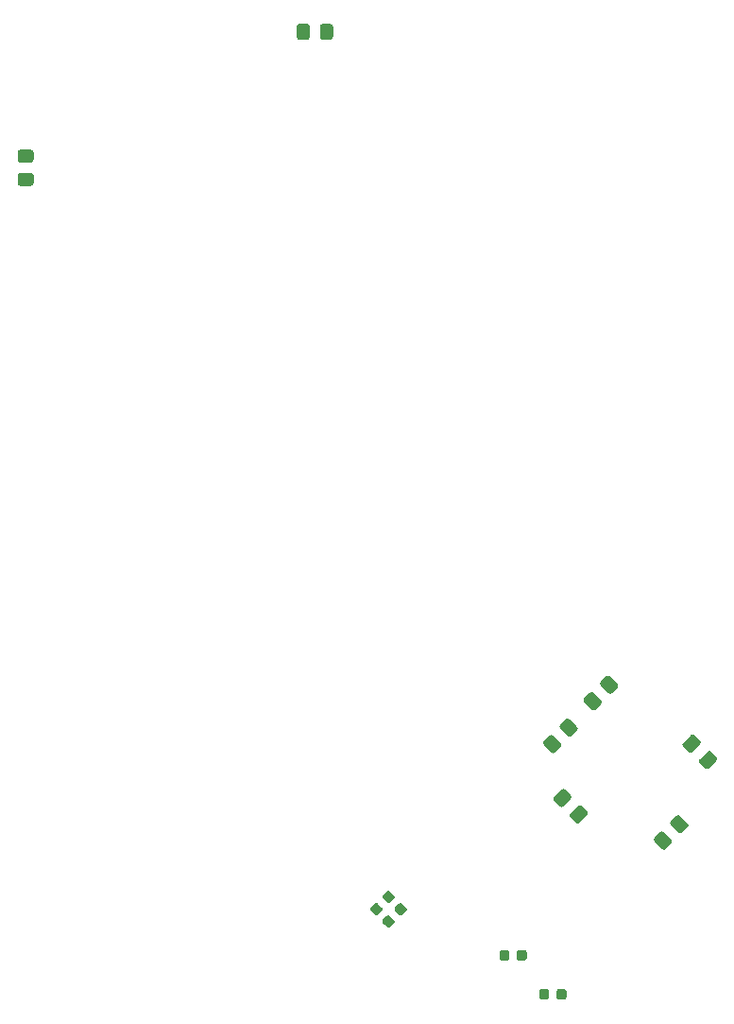
<source format=gbr>
%TF.GenerationSoftware,KiCad,Pcbnew,(5.1.12)-1*%
%TF.CreationDate,2022-04-06T16:52:09+05:30*%
%TF.ProjectId,MCROCONTROLLER,4d43524f-434f-44e5-9452-4f4c4c45522e,rev?*%
%TF.SameCoordinates,Original*%
%TF.FileFunction,Paste,Bot*%
%TF.FilePolarity,Positive*%
%FSLAX46Y46*%
G04 Gerber Fmt 4.6, Leading zero omitted, Abs format (unit mm)*
G04 Created by KiCad (PCBNEW (5.1.12)-1) date 2022-04-06 16:52:09*
%MOMM*%
%LPD*%
G01*
G04 APERTURE LIST*
G04 APERTURE END LIST*
%TO.C,C2*%
G36*
G01*
X64483000Y-52149500D02*
X63533000Y-52149500D01*
G75*
G02*
X63283000Y-51899500I0J250000D01*
G01*
X63283000Y-51224500D01*
G75*
G02*
X63533000Y-50974500I250000J0D01*
G01*
X64483000Y-50974500D01*
G75*
G02*
X64733000Y-51224500I0J-250000D01*
G01*
X64733000Y-51899500D01*
G75*
G02*
X64483000Y-52149500I-250000J0D01*
G01*
G37*
G36*
G01*
X64483000Y-50074500D02*
X63533000Y-50074500D01*
G75*
G02*
X63283000Y-49824500I0J250000D01*
G01*
X63283000Y-49149500D01*
G75*
G02*
X63533000Y-48899500I250000J0D01*
G01*
X64483000Y-48899500D01*
G75*
G02*
X64733000Y-49149500I0J-250000D01*
G01*
X64733000Y-49824500D01*
G75*
G02*
X64483000Y-50074500I-250000J0D01*
G01*
G37*
%TD*%
%TO.C,C4*%
G36*
G01*
X89487500Y-37879000D02*
X89487500Y-38829000D01*
G75*
G02*
X89237500Y-39079000I-250000J0D01*
G01*
X88562500Y-39079000D01*
G75*
G02*
X88312500Y-38829000I0J250000D01*
G01*
X88312500Y-37879000D01*
G75*
G02*
X88562500Y-37629000I250000J0D01*
G01*
X89237500Y-37629000D01*
G75*
G02*
X89487500Y-37879000I0J-250000D01*
G01*
G37*
G36*
G01*
X91562500Y-37879000D02*
X91562500Y-38829000D01*
G75*
G02*
X91312500Y-39079000I-250000J0D01*
G01*
X90637500Y-39079000D01*
G75*
G02*
X90387500Y-38829000I0J250000D01*
G01*
X90387500Y-37879000D01*
G75*
G02*
X90637500Y-37629000I250000J0D01*
G01*
X91312500Y-37629000D01*
G75*
G02*
X91562500Y-37879000I0J-250000D01*
G01*
G37*
%TD*%
%TO.C,C6*%
G36*
G01*
X106483400Y-121306400D02*
X106483400Y-120806400D01*
G75*
G02*
X106708400Y-120581400I225000J0D01*
G01*
X107158400Y-120581400D01*
G75*
G02*
X107383400Y-120806400I0J-225000D01*
G01*
X107383400Y-121306400D01*
G75*
G02*
X107158400Y-121531400I-225000J0D01*
G01*
X106708400Y-121531400D01*
G75*
G02*
X106483400Y-121306400I0J225000D01*
G01*
G37*
G36*
G01*
X108033400Y-121306400D02*
X108033400Y-120806400D01*
G75*
G02*
X108258400Y-120581400I225000J0D01*
G01*
X108708400Y-120581400D01*
G75*
G02*
X108933400Y-120806400I0J-225000D01*
G01*
X108933400Y-121306400D01*
G75*
G02*
X108708400Y-121531400I-225000J0D01*
G01*
X108258400Y-121531400D01*
G75*
G02*
X108033400Y-121306400I0J225000D01*
G01*
G37*
%TD*%
%TO.C,C7*%
G36*
G01*
X110039400Y-124786200D02*
X110039400Y-124286200D01*
G75*
G02*
X110264400Y-124061200I225000J0D01*
G01*
X110714400Y-124061200D01*
G75*
G02*
X110939400Y-124286200I0J-225000D01*
G01*
X110939400Y-124786200D01*
G75*
G02*
X110714400Y-125011200I-225000J0D01*
G01*
X110264400Y-125011200D01*
G75*
G02*
X110039400Y-124786200I0J225000D01*
G01*
G37*
G36*
G01*
X111589400Y-124786200D02*
X111589400Y-124286200D01*
G75*
G02*
X111814400Y-124061200I225000J0D01*
G01*
X112264400Y-124061200D01*
G75*
G02*
X112489400Y-124286200I0J-225000D01*
G01*
X112489400Y-124786200D01*
G75*
G02*
X112264400Y-125011200I-225000J0D01*
G01*
X111814400Y-125011200D01*
G75*
G02*
X111589400Y-124786200I0J225000D01*
G01*
G37*
%TD*%
%TO.C,C8*%
G36*
G01*
X96690637Y-115325209D02*
X97044191Y-115678763D01*
G75*
G02*
X97044191Y-115996961I-159099J-159099D01*
G01*
X96725993Y-116315159D01*
G75*
G02*
X96407795Y-116315159I-159099J159099D01*
G01*
X96054241Y-115961605D01*
G75*
G02*
X96054241Y-115643407I159099J159099D01*
G01*
X96372439Y-115325209D01*
G75*
G02*
X96690637Y-115325209I159099J-159099D01*
G01*
G37*
G36*
G01*
X95594621Y-116421225D02*
X95948175Y-116774779D01*
G75*
G02*
X95948175Y-117092977I-159099J-159099D01*
G01*
X95629977Y-117411175D01*
G75*
G02*
X95311779Y-117411175I-159099J159099D01*
G01*
X94958225Y-117057621D01*
G75*
G02*
X94958225Y-116739423I159099J159099D01*
G01*
X95276423Y-116421225D01*
G75*
G02*
X95594621Y-116421225I159099J-159099D01*
G01*
G37*
%TD*%
%TO.C,C9*%
G36*
G01*
X96672213Y-117528033D02*
X97025767Y-117881587D01*
G75*
G02*
X97025767Y-118199785I-159099J-159099D01*
G01*
X96707569Y-118517983D01*
G75*
G02*
X96389371Y-118517983I-159099J159099D01*
G01*
X96035817Y-118164429D01*
G75*
G02*
X96035817Y-117846231I159099J159099D01*
G01*
X96354015Y-117528033D01*
G75*
G02*
X96672213Y-117528033I159099J-159099D01*
G01*
G37*
G36*
G01*
X97768229Y-116432017D02*
X98121783Y-116785571D01*
G75*
G02*
X98121783Y-117103769I-159099J-159099D01*
G01*
X97803585Y-117421967D01*
G75*
G02*
X97485387Y-117421967I-159099J159099D01*
G01*
X97131833Y-117068413D01*
G75*
G02*
X97131833Y-116750215I159099J159099D01*
G01*
X97450031Y-116432017D01*
G75*
G02*
X97768229Y-116432017I159099J-159099D01*
G01*
G37*
%TD*%
%TO.C,C10*%
G36*
G01*
X111127604Y-102878747D02*
X110455853Y-102206996D01*
G75*
G02*
X110455853Y-101853442I176777J176777D01*
G01*
X110933150Y-101376145D01*
G75*
G02*
X111286704Y-101376145I176777J-176777D01*
G01*
X111958455Y-102047896D01*
G75*
G02*
X111958455Y-102401450I-176777J-176777D01*
G01*
X111481158Y-102878747D01*
G75*
G02*
X111127604Y-102878747I-176777J176777D01*
G01*
G37*
G36*
G01*
X112594850Y-101411501D02*
X111923099Y-100739750D01*
G75*
G02*
X111923099Y-100386196I176777J176777D01*
G01*
X112400396Y-99908899D01*
G75*
G02*
X112753950Y-99908899I176777J-176777D01*
G01*
X113425701Y-100580650D01*
G75*
G02*
X113425701Y-100934204I-176777J-176777D01*
G01*
X112948404Y-101411501D01*
G75*
G02*
X112594850Y-101411501I-176777J176777D01*
G01*
G37*
%TD*%
%TO.C,C11*%
G36*
G01*
X124419899Y-103476250D02*
X125091650Y-102804499D01*
G75*
G02*
X125445204Y-102804499I176777J-176777D01*
G01*
X125922501Y-103281796D01*
G75*
G02*
X125922501Y-103635350I-176777J-176777D01*
G01*
X125250750Y-104307101D01*
G75*
G02*
X124897196Y-104307101I-176777J176777D01*
G01*
X124419899Y-103829804D01*
G75*
G02*
X124419899Y-103476250I176777J176777D01*
G01*
G37*
G36*
G01*
X122952653Y-102009004D02*
X123624404Y-101337253D01*
G75*
G02*
X123977958Y-101337253I176777J-176777D01*
G01*
X124455255Y-101814550D01*
G75*
G02*
X124455255Y-102168104I-176777J-176777D01*
G01*
X123783504Y-102839855D01*
G75*
G02*
X123429950Y-102839855I-176777J176777D01*
G01*
X122952653Y-102362558D01*
G75*
G02*
X122952653Y-102009004I176777J176777D01*
G01*
G37*
%TD*%
%TO.C,C12*%
G36*
G01*
X114756827Y-99046324D02*
X114085076Y-98374573D01*
G75*
G02*
X114085076Y-98021019I176777J176777D01*
G01*
X114562373Y-97543722D01*
G75*
G02*
X114915927Y-97543722I176777J-176777D01*
G01*
X115587678Y-98215473D01*
G75*
G02*
X115587678Y-98569027I-176777J-176777D01*
G01*
X115110381Y-99046324D01*
G75*
G02*
X114756827Y-99046324I-176777J176777D01*
G01*
G37*
G36*
G01*
X116224073Y-97579078D02*
X115552322Y-96907327D01*
G75*
G02*
X115552322Y-96553773I176777J176777D01*
G01*
X116029619Y-96076476D01*
G75*
G02*
X116383173Y-96076476I176777J-176777D01*
G01*
X117054924Y-96748227D01*
G75*
G02*
X117054924Y-97101781I-176777J-176777D01*
G01*
X116577627Y-97579078D01*
G75*
G02*
X116224073Y-97579078I-176777J176777D01*
G01*
G37*
%TD*%
%TO.C,C13*%
G36*
G01*
X121215127Y-110019022D02*
X121886878Y-110690773D01*
G75*
G02*
X121886878Y-111044327I-176777J-176777D01*
G01*
X121409581Y-111521624D01*
G75*
G02*
X121056027Y-111521624I-176777J176777D01*
G01*
X120384276Y-110849873D01*
G75*
G02*
X120384276Y-110496319I176777J176777D01*
G01*
X120861573Y-110019022D01*
G75*
G02*
X121215127Y-110019022I176777J-176777D01*
G01*
G37*
G36*
G01*
X122682373Y-108551776D02*
X123354124Y-109223527D01*
G75*
G02*
X123354124Y-109577081I-176777J-176777D01*
G01*
X122876827Y-110054378D01*
G75*
G02*
X122523273Y-110054378I-176777J176777D01*
G01*
X121851522Y-109382627D01*
G75*
G02*
X121851522Y-109029073I176777J176777D01*
G01*
X122328819Y-108551776D01*
G75*
G02*
X122682373Y-108551776I176777J-176777D01*
G01*
G37*
%TD*%
%TO.C,C14*%
G36*
G01*
X114334147Y-108506196D02*
X113662396Y-109177947D01*
G75*
G02*
X113308842Y-109177947I-176777J176777D01*
G01*
X112831545Y-108700650D01*
G75*
G02*
X112831545Y-108347096I176777J176777D01*
G01*
X113503296Y-107675345D01*
G75*
G02*
X113856850Y-107675345I176777J-176777D01*
G01*
X114334147Y-108152642D01*
G75*
G02*
X114334147Y-108506196I-176777J-176777D01*
G01*
G37*
G36*
G01*
X112866901Y-107038950D02*
X112195150Y-107710701D01*
G75*
G02*
X111841596Y-107710701I-176777J176777D01*
G01*
X111364299Y-107233404D01*
G75*
G02*
X111364299Y-106879850I176777J176777D01*
G01*
X112036050Y-106208099D01*
G75*
G02*
X112389604Y-106208099I176777J-176777D01*
G01*
X112866901Y-106685396D01*
G75*
G02*
X112866901Y-107038950I-176777J-176777D01*
G01*
G37*
%TD*%
M02*

</source>
